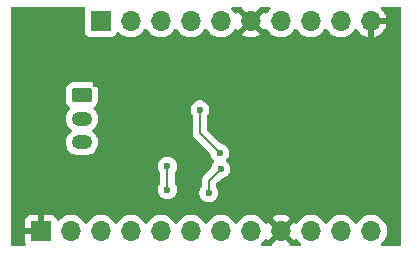
<source format=gbr>
%TF.GenerationSoftware,KiCad,Pcbnew,9.0.0*%
%TF.CreationDate,2025-04-10T05:16:25-06:00*%
%TF.ProjectId,WakeCircuit,57616b65-4369-4726-9375-69742e6b6963,rev?*%
%TF.SameCoordinates,Original*%
%TF.FileFunction,Copper,L2,Bot*%
%TF.FilePolarity,Positive*%
%FSLAX46Y46*%
G04 Gerber Fmt 4.6, Leading zero omitted, Abs format (unit mm)*
G04 Created by KiCad (PCBNEW 9.0.0) date 2025-04-10 05:16:25*
%MOMM*%
%LPD*%
G01*
G04 APERTURE LIST*
G04 Aperture macros list*
%AMRoundRect*
0 Rectangle with rounded corners*
0 $1 Rounding radius*
0 $2 $3 $4 $5 $6 $7 $8 $9 X,Y pos of 4 corners*
0 Add a 4 corners polygon primitive as box body*
4,1,4,$2,$3,$4,$5,$6,$7,$8,$9,$2,$3,0*
0 Add four circle primitives for the rounded corners*
1,1,$1+$1,$2,$3*
1,1,$1+$1,$4,$5*
1,1,$1+$1,$6,$7*
1,1,$1+$1,$8,$9*
0 Add four rect primitives between the rounded corners*
20,1,$1+$1,$2,$3,$4,$5,0*
20,1,$1+$1,$4,$5,$6,$7,0*
20,1,$1+$1,$6,$7,$8,$9,0*
20,1,$1+$1,$8,$9,$2,$3,0*%
G04 Aperture macros list end*
%TA.AperFunction,ComponentPad*%
%ADD10R,1.700000X1.700000*%
%TD*%
%TA.AperFunction,ComponentPad*%
%ADD11O,1.700000X1.700000*%
%TD*%
%TA.AperFunction,ComponentPad*%
%ADD12RoundRect,0.250000X-0.625000X0.350000X-0.625000X-0.350000X0.625000X-0.350000X0.625000X0.350000X0*%
%TD*%
%TA.AperFunction,ComponentPad*%
%ADD13O,1.750000X1.200000*%
%TD*%
%TA.AperFunction,ViaPad*%
%ADD14C,0.600000*%
%TD*%
%TA.AperFunction,Conductor*%
%ADD15C,0.200000*%
%TD*%
G04 APERTURE END LIST*
D10*
%TO.P,J1,1,Pin_1*%
%TO.N,GND*%
X94550000Y-116250000D03*
D11*
%TO.P,J1,2,Pin_2*%
%TO.N,unconnected-(J1-Pin_2-Pad2)*%
X97090000Y-116250000D03*
%TO.P,J1,3,Pin_3*%
%TO.N,GPIO_5*%
X99630000Y-116250000D03*
%TO.P,J1,4,Pin_4*%
%TO.N,unconnected-(J1-Pin_4-Pad4)*%
X102170000Y-116250000D03*
%TO.P,J1,5,Pin_5*%
%TO.N,unconnected-(J1-Pin_5-Pad5)*%
X104710000Y-116250000D03*
%TO.P,J1,6,Pin_6*%
%TO.N,unconnected-(J1-Pin_6-Pad6)*%
X107250000Y-116250000D03*
%TO.P,J1,7,Pin_7*%
%TO.N,unconnected-(J1-Pin_7-Pad7)*%
X109790000Y-116250000D03*
%TO.P,J1,8,Pin_8*%
%TO.N,unconnected-(J1-Pin_8-Pad8)*%
X112330000Y-116250000D03*
%TO.P,J1,9,Pin_9*%
%TO.N,GND*%
X114870000Y-116250000D03*
%TO.P,J1,10,Pin_10*%
%TO.N,unconnected-(J1-Pin_10-Pad10)*%
X117410000Y-116250000D03*
%TO.P,J1,11,Pin_11*%
%TO.N,GPIO_1*%
X119950000Y-116250000D03*
%TO.P,J1,12,Pin_12*%
%TO.N,unconnected-(J1-Pin_12-Pad12)*%
X122490000Y-116250000D03*
%TD*%
%TO.P,J2,10,Pin_10*%
%TO.N,GND*%
X122460000Y-98475000D03*
%TO.P,J2,9,Pin_9*%
%TO.N,unconnected-(J2-Pin_9-Pad9)*%
X119920000Y-98475000D03*
%TO.P,J2,8,Pin_8*%
%TO.N,unconnected-(J2-Pin_8-Pad8)*%
X117380000Y-98475000D03*
%TO.P,J2,7,Pin_7*%
%TO.N,unconnected-(J2-Pin_7-Pad7)*%
X114840000Y-98475000D03*
%TO.P,J2,6,Pin_6*%
%TO.N,GND*%
X112300000Y-98475000D03*
%TO.P,J2,5,Pin_5*%
%TO.N,unconnected-(J2-Pin_5-Pad5)*%
X109760000Y-98475000D03*
%TO.P,J2,4,Pin_4*%
%TO.N,unconnected-(J2-Pin_4-Pad4)*%
X107220000Y-98475000D03*
%TO.P,J2,3,Pin_3*%
%TO.N,unconnected-(J2-Pin_3-Pad3)*%
X104680000Y-98475000D03*
%TO.P,J2,2,Pin_2*%
%TO.N,unconnected-(J2-Pin_2-Pad2)*%
X102140000Y-98475000D03*
D10*
%TO.P,J2,1,Pin_1*%
%TO.N,+3V3*%
X99600000Y-98475000D03*
%TD*%
D12*
%TO.P,J4,1,Pin_1*%
%TO.N,LDR_SIG*%
X98000000Y-104750000D03*
D13*
%TO.P,J4,2,Pin_2*%
%TO.N,GPIO_1*%
X98000000Y-106750000D03*
%TO.P,J4,3,Pin_3*%
%TO.N,+3V3*%
X98000000Y-108750000D03*
%TD*%
D14*
%TO.N,Net-(U1-OUT)*%
X109668626Y-109636971D03*
X108000000Y-106000000D03*
%TO.N,GND*%
X110000000Y-107850000D03*
%TO.N,Net-(D1-A)*%
X105250000Y-110750000D03*
X105250000Y-112750000D03*
%TO.N,GPIO_5*%
X108750000Y-113000000D03*
X109750000Y-111000000D03*
%TO.N,GND*%
X122250000Y-102750000D03*
X122750000Y-111250000D03*
X122500000Y-108000000D03*
X103250000Y-110750000D03*
X101250000Y-110750000D03*
X117250000Y-105500000D03*
X111500000Y-105500000D03*
X97000000Y-101000000D03*
X99172917Y-103821243D03*
X118250000Y-108500000D03*
X118250000Y-107900000D03*
%TD*%
D15*
%TO.N,Net-(U1-OUT)*%
X108000000Y-107968345D02*
X109668626Y-109636971D01*
X108000000Y-106000000D02*
X108000000Y-107968345D01*
%TO.N,Net-(D1-A)*%
X105250000Y-112750000D02*
X105250000Y-110750000D01*
%TO.N,GPIO_5*%
X108750000Y-112000000D02*
X109750000Y-111000000D01*
X108750000Y-113000000D02*
X108750000Y-112000000D01*
%TD*%
%TA.AperFunction,Conductor*%
%TO.N,GND*%
G36*
X98243945Y-97270185D02*
G01*
X98289700Y-97322989D01*
X98299644Y-97392147D01*
X98293088Y-97417833D01*
X98255908Y-97517517D01*
X98249501Y-97577116D01*
X98249500Y-97577135D01*
X98249500Y-99372870D01*
X98249501Y-99372876D01*
X98255908Y-99432483D01*
X98306202Y-99567328D01*
X98306206Y-99567335D01*
X98392452Y-99682544D01*
X98392455Y-99682547D01*
X98507664Y-99768793D01*
X98507671Y-99768797D01*
X98642517Y-99819091D01*
X98642516Y-99819091D01*
X98649444Y-99819835D01*
X98702127Y-99825500D01*
X100497872Y-99825499D01*
X100557483Y-99819091D01*
X100692331Y-99768796D01*
X100807546Y-99682546D01*
X100893796Y-99567331D01*
X100942810Y-99435916D01*
X100984681Y-99379984D01*
X101050145Y-99355566D01*
X101118418Y-99370417D01*
X101146673Y-99391569D01*
X101260213Y-99505109D01*
X101432179Y-99630048D01*
X101432181Y-99630049D01*
X101432184Y-99630051D01*
X101621588Y-99726557D01*
X101823757Y-99792246D01*
X102033713Y-99825500D01*
X102033714Y-99825500D01*
X102246286Y-99825500D01*
X102246287Y-99825500D01*
X102456243Y-99792246D01*
X102658412Y-99726557D01*
X102847816Y-99630051D01*
X102934138Y-99567335D01*
X103019786Y-99505109D01*
X103019788Y-99505106D01*
X103019792Y-99505104D01*
X103170104Y-99354792D01*
X103170106Y-99354788D01*
X103170109Y-99354786D01*
X103295048Y-99182820D01*
X103295047Y-99182820D01*
X103295051Y-99182816D01*
X103299514Y-99174054D01*
X103347488Y-99123259D01*
X103415308Y-99106463D01*
X103481444Y-99128999D01*
X103520486Y-99174056D01*
X103524951Y-99182820D01*
X103649890Y-99354786D01*
X103800213Y-99505109D01*
X103972179Y-99630048D01*
X103972181Y-99630049D01*
X103972184Y-99630051D01*
X104161588Y-99726557D01*
X104363757Y-99792246D01*
X104573713Y-99825500D01*
X104573714Y-99825500D01*
X104786286Y-99825500D01*
X104786287Y-99825500D01*
X104996243Y-99792246D01*
X105198412Y-99726557D01*
X105387816Y-99630051D01*
X105474138Y-99567335D01*
X105559786Y-99505109D01*
X105559788Y-99505106D01*
X105559792Y-99505104D01*
X105710104Y-99354792D01*
X105710106Y-99354788D01*
X105710109Y-99354786D01*
X105835048Y-99182820D01*
X105835047Y-99182820D01*
X105835051Y-99182816D01*
X105839514Y-99174054D01*
X105887488Y-99123259D01*
X105955308Y-99106463D01*
X106021444Y-99128999D01*
X106060486Y-99174056D01*
X106064951Y-99182820D01*
X106189890Y-99354786D01*
X106340213Y-99505109D01*
X106512179Y-99630048D01*
X106512181Y-99630049D01*
X106512184Y-99630051D01*
X106701588Y-99726557D01*
X106903757Y-99792246D01*
X107113713Y-99825500D01*
X107113714Y-99825500D01*
X107326286Y-99825500D01*
X107326287Y-99825500D01*
X107536243Y-99792246D01*
X107738412Y-99726557D01*
X107927816Y-99630051D01*
X108014138Y-99567335D01*
X108099786Y-99505109D01*
X108099788Y-99505106D01*
X108099792Y-99505104D01*
X108250104Y-99354792D01*
X108250106Y-99354788D01*
X108250109Y-99354786D01*
X108375048Y-99182820D01*
X108375047Y-99182820D01*
X108375051Y-99182816D01*
X108379514Y-99174054D01*
X108427488Y-99123259D01*
X108495308Y-99106463D01*
X108561444Y-99128999D01*
X108600486Y-99174056D01*
X108604951Y-99182820D01*
X108729890Y-99354786D01*
X108880213Y-99505109D01*
X109052179Y-99630048D01*
X109052181Y-99630049D01*
X109052184Y-99630051D01*
X109241588Y-99726557D01*
X109443757Y-99792246D01*
X109653713Y-99825500D01*
X109653714Y-99825500D01*
X109866286Y-99825500D01*
X109866287Y-99825500D01*
X110076243Y-99792246D01*
X110278412Y-99726557D01*
X110467816Y-99630051D01*
X110554138Y-99567335D01*
X110639786Y-99505109D01*
X110639788Y-99505106D01*
X110639792Y-99505104D01*
X110790104Y-99354792D01*
X110790106Y-99354788D01*
X110790109Y-99354786D01*
X110875890Y-99236717D01*
X110915051Y-99182816D01*
X110919793Y-99173508D01*
X110967763Y-99122711D01*
X111035583Y-99105911D01*
X111101719Y-99128445D01*
X111140763Y-99173500D01*
X111145373Y-99182547D01*
X111184728Y-99236716D01*
X111817037Y-98604408D01*
X111834075Y-98667993D01*
X111899901Y-98782007D01*
X111992993Y-98875099D01*
X112107007Y-98940925D01*
X112170590Y-98957962D01*
X111538282Y-99590269D01*
X111538282Y-99590270D01*
X111592449Y-99629624D01*
X111781782Y-99726095D01*
X111983870Y-99791757D01*
X112193754Y-99825000D01*
X112406246Y-99825000D01*
X112616127Y-99791757D01*
X112616130Y-99791757D01*
X112818217Y-99726095D01*
X113007554Y-99629622D01*
X113061716Y-99590270D01*
X113061717Y-99590270D01*
X112429408Y-98957962D01*
X112492993Y-98940925D01*
X112607007Y-98875099D01*
X112700099Y-98782007D01*
X112765925Y-98667993D01*
X112782962Y-98604408D01*
X113415270Y-99236717D01*
X113415270Y-99236716D01*
X113454622Y-99182555D01*
X113459232Y-99173507D01*
X113507205Y-99122709D01*
X113575025Y-99105912D01*
X113641161Y-99128447D01*
X113680204Y-99173504D01*
X113684949Y-99182817D01*
X113809890Y-99354786D01*
X113960213Y-99505109D01*
X114132179Y-99630048D01*
X114132181Y-99630049D01*
X114132184Y-99630051D01*
X114321588Y-99726557D01*
X114523757Y-99792246D01*
X114733713Y-99825500D01*
X114733714Y-99825500D01*
X114946286Y-99825500D01*
X114946287Y-99825500D01*
X115156243Y-99792246D01*
X115358412Y-99726557D01*
X115547816Y-99630051D01*
X115634138Y-99567335D01*
X115719786Y-99505109D01*
X115719788Y-99505106D01*
X115719792Y-99505104D01*
X115870104Y-99354792D01*
X115870106Y-99354788D01*
X115870109Y-99354786D01*
X115995048Y-99182820D01*
X115995047Y-99182820D01*
X115995051Y-99182816D01*
X115999514Y-99174054D01*
X116047488Y-99123259D01*
X116115308Y-99106463D01*
X116181444Y-99128999D01*
X116220486Y-99174056D01*
X116224951Y-99182820D01*
X116349890Y-99354786D01*
X116500213Y-99505109D01*
X116672179Y-99630048D01*
X116672181Y-99630049D01*
X116672184Y-99630051D01*
X116861588Y-99726557D01*
X117063757Y-99792246D01*
X117273713Y-99825500D01*
X117273714Y-99825500D01*
X117486286Y-99825500D01*
X117486287Y-99825500D01*
X117696243Y-99792246D01*
X117898412Y-99726557D01*
X118087816Y-99630051D01*
X118174138Y-99567335D01*
X118259786Y-99505109D01*
X118259788Y-99505106D01*
X118259792Y-99505104D01*
X118410104Y-99354792D01*
X118410106Y-99354788D01*
X118410109Y-99354786D01*
X118535048Y-99182820D01*
X118535047Y-99182820D01*
X118535051Y-99182816D01*
X118539514Y-99174054D01*
X118587488Y-99123259D01*
X118655308Y-99106463D01*
X118721444Y-99128999D01*
X118760486Y-99174056D01*
X118764951Y-99182820D01*
X118889890Y-99354786D01*
X119040213Y-99505109D01*
X119212179Y-99630048D01*
X119212181Y-99630049D01*
X119212184Y-99630051D01*
X119401588Y-99726557D01*
X119603757Y-99792246D01*
X119813713Y-99825500D01*
X119813714Y-99825500D01*
X120026286Y-99825500D01*
X120026287Y-99825500D01*
X120236243Y-99792246D01*
X120438412Y-99726557D01*
X120627816Y-99630051D01*
X120714138Y-99567335D01*
X120799786Y-99505109D01*
X120799788Y-99505106D01*
X120799792Y-99505104D01*
X120950104Y-99354792D01*
X120950106Y-99354788D01*
X120950109Y-99354786D01*
X121035890Y-99236717D01*
X121075051Y-99182816D01*
X121079793Y-99173508D01*
X121127763Y-99122711D01*
X121195583Y-99105911D01*
X121261719Y-99128445D01*
X121300763Y-99173500D01*
X121305377Y-99182555D01*
X121430272Y-99354459D01*
X121430276Y-99354464D01*
X121580535Y-99504723D01*
X121580540Y-99504727D01*
X121752442Y-99629620D01*
X121941782Y-99726095D01*
X122143871Y-99791757D01*
X122210000Y-99802231D01*
X122210000Y-98908012D01*
X122267007Y-98940925D01*
X122394174Y-98975000D01*
X122525826Y-98975000D01*
X122652993Y-98940925D01*
X122710000Y-98908012D01*
X122710000Y-99802230D01*
X122776126Y-99791757D01*
X122776129Y-99791757D01*
X122978217Y-99726095D01*
X123167557Y-99629620D01*
X123339459Y-99504727D01*
X123339464Y-99504723D01*
X123489723Y-99354464D01*
X123489727Y-99354459D01*
X123614620Y-99182557D01*
X123711095Y-98993217D01*
X123776757Y-98791129D01*
X123776757Y-98791126D01*
X123787231Y-98725000D01*
X122893012Y-98725000D01*
X122925925Y-98667993D01*
X122960000Y-98540826D01*
X122960000Y-98409174D01*
X122925925Y-98282007D01*
X122893012Y-98225000D01*
X123787231Y-98225000D01*
X123776757Y-98158873D01*
X123776757Y-98158870D01*
X123711095Y-97956782D01*
X123614620Y-97767442D01*
X123489727Y-97595540D01*
X123489723Y-97595535D01*
X123356369Y-97462181D01*
X123322884Y-97400858D01*
X123327868Y-97331166D01*
X123369740Y-97275233D01*
X123435204Y-97250816D01*
X123444050Y-97250500D01*
X124875500Y-97250500D01*
X124942539Y-97270185D01*
X124988294Y-97322989D01*
X124999500Y-97374500D01*
X124999500Y-117375500D01*
X124979815Y-117442539D01*
X124927011Y-117488294D01*
X124875500Y-117499500D01*
X123449029Y-117499500D01*
X123381990Y-117479815D01*
X123336235Y-117427011D01*
X123326291Y-117357853D01*
X123355316Y-117294297D01*
X123368493Y-117281214D01*
X123369789Y-117280106D01*
X123369788Y-117280106D01*
X123369792Y-117280104D01*
X123520104Y-117129792D01*
X123520106Y-117129788D01*
X123520109Y-117129786D01*
X123645048Y-116957820D01*
X123645047Y-116957820D01*
X123645051Y-116957816D01*
X123741557Y-116768412D01*
X123807246Y-116566243D01*
X123840500Y-116356287D01*
X123840500Y-116143713D01*
X123807246Y-115933757D01*
X123741557Y-115731588D01*
X123645051Y-115542184D01*
X123645049Y-115542181D01*
X123645048Y-115542179D01*
X123520109Y-115370213D01*
X123369786Y-115219890D01*
X123197820Y-115094951D01*
X123008414Y-114998444D01*
X123008413Y-114998443D01*
X123008412Y-114998443D01*
X122806243Y-114932754D01*
X122806241Y-114932753D01*
X122806240Y-114932753D01*
X122644957Y-114907208D01*
X122596287Y-114899500D01*
X122383713Y-114899500D01*
X122335042Y-114907208D01*
X122173760Y-114932753D01*
X121971585Y-114998444D01*
X121782179Y-115094951D01*
X121610213Y-115219890D01*
X121459890Y-115370213D01*
X121334949Y-115542182D01*
X121330484Y-115550946D01*
X121282509Y-115601742D01*
X121214688Y-115618536D01*
X121148553Y-115595998D01*
X121109516Y-115550946D01*
X121105050Y-115542182D01*
X120980109Y-115370213D01*
X120829786Y-115219890D01*
X120657820Y-115094951D01*
X120468414Y-114998444D01*
X120468413Y-114998443D01*
X120468412Y-114998443D01*
X120266243Y-114932754D01*
X120266241Y-114932753D01*
X120266240Y-114932753D01*
X120104957Y-114907208D01*
X120056287Y-114899500D01*
X119843713Y-114899500D01*
X119795042Y-114907208D01*
X119633760Y-114932753D01*
X119431585Y-114998444D01*
X119242179Y-115094951D01*
X119070213Y-115219890D01*
X118919890Y-115370213D01*
X118794949Y-115542182D01*
X118790484Y-115550946D01*
X118742509Y-115601742D01*
X118674688Y-115618536D01*
X118608553Y-115595998D01*
X118569516Y-115550946D01*
X118565050Y-115542182D01*
X118440109Y-115370213D01*
X118289786Y-115219890D01*
X118117820Y-115094951D01*
X117928414Y-114998444D01*
X117928413Y-114998443D01*
X117928412Y-114998443D01*
X117726243Y-114932754D01*
X117726241Y-114932753D01*
X117726240Y-114932753D01*
X117564957Y-114907208D01*
X117516287Y-114899500D01*
X117303713Y-114899500D01*
X117255042Y-114907208D01*
X117093760Y-114932753D01*
X116891585Y-114998444D01*
X116702179Y-115094951D01*
X116530213Y-115219890D01*
X116379890Y-115370213D01*
X116254949Y-115542182D01*
X116250202Y-115551499D01*
X116202227Y-115602293D01*
X116134405Y-115619087D01*
X116068271Y-115596548D01*
X116029234Y-115551495D01*
X116024626Y-115542452D01*
X115985270Y-115488282D01*
X115985269Y-115488282D01*
X115352962Y-116120590D01*
X115335925Y-116057007D01*
X115270099Y-115942993D01*
X115177007Y-115849901D01*
X115062993Y-115784075D01*
X114999409Y-115767037D01*
X115631716Y-115134728D01*
X115577550Y-115095375D01*
X115388217Y-114998904D01*
X115186129Y-114933242D01*
X114976246Y-114900000D01*
X114763754Y-114900000D01*
X114553872Y-114933242D01*
X114553869Y-114933242D01*
X114351782Y-114998904D01*
X114162439Y-115095380D01*
X114108282Y-115134727D01*
X114108282Y-115134728D01*
X114740591Y-115767037D01*
X114677007Y-115784075D01*
X114562993Y-115849901D01*
X114469901Y-115942993D01*
X114404075Y-116057007D01*
X114387037Y-116120591D01*
X113754728Y-115488282D01*
X113754727Y-115488282D01*
X113715380Y-115542440D01*
X113715376Y-115542446D01*
X113710760Y-115551505D01*
X113662781Y-115602297D01*
X113594959Y-115619087D01*
X113528826Y-115596543D01*
X113489794Y-115551493D01*
X113485051Y-115542184D01*
X113485049Y-115542181D01*
X113485048Y-115542179D01*
X113360109Y-115370213D01*
X113209786Y-115219890D01*
X113037820Y-115094951D01*
X112848414Y-114998444D01*
X112848413Y-114998443D01*
X112848412Y-114998443D01*
X112646243Y-114932754D01*
X112646241Y-114932753D01*
X112646240Y-114932753D01*
X112484957Y-114907208D01*
X112436287Y-114899500D01*
X112223713Y-114899500D01*
X112175042Y-114907208D01*
X112013760Y-114932753D01*
X111811585Y-114998444D01*
X111622179Y-115094951D01*
X111450213Y-115219890D01*
X111299890Y-115370213D01*
X111174949Y-115542182D01*
X111170484Y-115550946D01*
X111122509Y-115601742D01*
X111054688Y-115618536D01*
X110988553Y-115595998D01*
X110949516Y-115550946D01*
X110945050Y-115542182D01*
X110820109Y-115370213D01*
X110669786Y-115219890D01*
X110497820Y-115094951D01*
X110308414Y-114998444D01*
X110308413Y-114998443D01*
X110308412Y-114998443D01*
X110106243Y-114932754D01*
X110106241Y-114932753D01*
X110106240Y-114932753D01*
X109944957Y-114907208D01*
X109896287Y-114899500D01*
X109683713Y-114899500D01*
X109635042Y-114907208D01*
X109473760Y-114932753D01*
X109271585Y-114998444D01*
X109082179Y-115094951D01*
X108910213Y-115219890D01*
X108759890Y-115370213D01*
X108634949Y-115542182D01*
X108630484Y-115550946D01*
X108582509Y-115601742D01*
X108514688Y-115618536D01*
X108448553Y-115595998D01*
X108409516Y-115550946D01*
X108405050Y-115542182D01*
X108280109Y-115370213D01*
X108129786Y-115219890D01*
X107957820Y-115094951D01*
X107768414Y-114998444D01*
X107768413Y-114998443D01*
X107768412Y-114998443D01*
X107566243Y-114932754D01*
X107566241Y-114932753D01*
X107566240Y-114932753D01*
X107404957Y-114907208D01*
X107356287Y-114899500D01*
X107143713Y-114899500D01*
X107095042Y-114907208D01*
X106933760Y-114932753D01*
X106731585Y-114998444D01*
X106542179Y-115094951D01*
X106370213Y-115219890D01*
X106219890Y-115370213D01*
X106094949Y-115542182D01*
X106090484Y-115550946D01*
X106042509Y-115601742D01*
X105974688Y-115618536D01*
X105908553Y-115595998D01*
X105869516Y-115550946D01*
X105865050Y-115542182D01*
X105740109Y-115370213D01*
X105589786Y-115219890D01*
X105417820Y-115094951D01*
X105228414Y-114998444D01*
X105228413Y-114998443D01*
X105228412Y-114998443D01*
X105026243Y-114932754D01*
X105026241Y-114932753D01*
X105026240Y-114932753D01*
X104864957Y-114907208D01*
X104816287Y-114899500D01*
X104603713Y-114899500D01*
X104555042Y-114907208D01*
X104393760Y-114932753D01*
X104191585Y-114998444D01*
X104002179Y-115094951D01*
X103830213Y-115219890D01*
X103679890Y-115370213D01*
X103554949Y-115542182D01*
X103550484Y-115550946D01*
X103502509Y-115601742D01*
X103434688Y-115618536D01*
X103368553Y-115595998D01*
X103329516Y-115550946D01*
X103325050Y-115542182D01*
X103200109Y-115370213D01*
X103049786Y-115219890D01*
X102877820Y-115094951D01*
X102688414Y-114998444D01*
X102688413Y-114998443D01*
X102688412Y-114998443D01*
X102486243Y-114932754D01*
X102486241Y-114932753D01*
X102486240Y-114932753D01*
X102324957Y-114907208D01*
X102276287Y-114899500D01*
X102063713Y-114899500D01*
X102015042Y-114907208D01*
X101853760Y-114932753D01*
X101651585Y-114998444D01*
X101462179Y-115094951D01*
X101290213Y-115219890D01*
X101139890Y-115370213D01*
X101014949Y-115542182D01*
X101010484Y-115550946D01*
X100962509Y-115601742D01*
X100894688Y-115618536D01*
X100828553Y-115595998D01*
X100789516Y-115550946D01*
X100785050Y-115542182D01*
X100660109Y-115370213D01*
X100509786Y-115219890D01*
X100337820Y-115094951D01*
X100148414Y-114998444D01*
X100148413Y-114998443D01*
X100148412Y-114998443D01*
X99946243Y-114932754D01*
X99946241Y-114932753D01*
X99946240Y-114932753D01*
X99784957Y-114907208D01*
X99736287Y-114899500D01*
X99523713Y-114899500D01*
X99475042Y-114907208D01*
X99313760Y-114932753D01*
X99111585Y-114998444D01*
X98922179Y-115094951D01*
X98750213Y-115219890D01*
X98599890Y-115370213D01*
X98474949Y-115542182D01*
X98470484Y-115550946D01*
X98422509Y-115601742D01*
X98354688Y-115618536D01*
X98288553Y-115595998D01*
X98249516Y-115550946D01*
X98245050Y-115542182D01*
X98120109Y-115370213D01*
X97969786Y-115219890D01*
X97797820Y-115094951D01*
X97608414Y-114998444D01*
X97608413Y-114998443D01*
X97608412Y-114998443D01*
X97406243Y-114932754D01*
X97406241Y-114932753D01*
X97406240Y-114932753D01*
X97244957Y-114907208D01*
X97196287Y-114899500D01*
X96983713Y-114899500D01*
X96935042Y-114907208D01*
X96773760Y-114932753D01*
X96571585Y-114998444D01*
X96382179Y-115094951D01*
X96210215Y-115219889D01*
X96096285Y-115333819D01*
X96034962Y-115367303D01*
X95965270Y-115362319D01*
X95909337Y-115320447D01*
X95892422Y-115289470D01*
X95843354Y-115157913D01*
X95843350Y-115157906D01*
X95757190Y-115042812D01*
X95757187Y-115042809D01*
X95642093Y-114956649D01*
X95642086Y-114956645D01*
X95507379Y-114906403D01*
X95507372Y-114906401D01*
X95447844Y-114900000D01*
X94800000Y-114900000D01*
X94800000Y-115816988D01*
X94742993Y-115784075D01*
X94615826Y-115750000D01*
X94484174Y-115750000D01*
X94357007Y-115784075D01*
X94300000Y-115816988D01*
X94300000Y-114900000D01*
X93652155Y-114900000D01*
X93592627Y-114906401D01*
X93592620Y-114906403D01*
X93457913Y-114956645D01*
X93457906Y-114956649D01*
X93342812Y-115042809D01*
X93342809Y-115042812D01*
X93256649Y-115157906D01*
X93256645Y-115157913D01*
X93206403Y-115292620D01*
X93206401Y-115292627D01*
X93200000Y-115352155D01*
X93200000Y-116000000D01*
X94116988Y-116000000D01*
X94084075Y-116057007D01*
X94050000Y-116184174D01*
X94050000Y-116315826D01*
X94084075Y-116442993D01*
X94116988Y-116500000D01*
X93200000Y-116500000D01*
X93200000Y-117147844D01*
X93206401Y-117207372D01*
X93206403Y-117207379D01*
X93252946Y-117332167D01*
X93257930Y-117401858D01*
X93224445Y-117463182D01*
X93163122Y-117496666D01*
X93136764Y-117499500D01*
X92124500Y-117499500D01*
X92057461Y-117479815D01*
X92011706Y-117427011D01*
X92000500Y-117375500D01*
X92000500Y-110671153D01*
X104449500Y-110671153D01*
X104449500Y-110828846D01*
X104480261Y-110983489D01*
X104480264Y-110983501D01*
X104540602Y-111129172D01*
X104540609Y-111129185D01*
X104628602Y-111260874D01*
X104649480Y-111327551D01*
X104649500Y-111329765D01*
X104649500Y-112170234D01*
X104629815Y-112237273D01*
X104628602Y-112239125D01*
X104540609Y-112370814D01*
X104540602Y-112370827D01*
X104480264Y-112516498D01*
X104480261Y-112516510D01*
X104449500Y-112671153D01*
X104449500Y-112828846D01*
X104480261Y-112983489D01*
X104480264Y-112983501D01*
X104540602Y-113129172D01*
X104540609Y-113129185D01*
X104628210Y-113260288D01*
X104628213Y-113260292D01*
X104739707Y-113371786D01*
X104739711Y-113371789D01*
X104870814Y-113459390D01*
X104870827Y-113459397D01*
X105016498Y-113519735D01*
X105016503Y-113519737D01*
X105171153Y-113550499D01*
X105171156Y-113550500D01*
X105171158Y-113550500D01*
X105328844Y-113550500D01*
X105328845Y-113550499D01*
X105483497Y-113519737D01*
X105629179Y-113459394D01*
X105760289Y-113371789D01*
X105871789Y-113260289D01*
X105959394Y-113129179D01*
X106019737Y-112983497D01*
X106050500Y-112828842D01*
X106050500Y-112671158D01*
X106050500Y-112671155D01*
X106050499Y-112671153D01*
X106019738Y-112516510D01*
X106019737Y-112516503D01*
X106019735Y-112516498D01*
X105959397Y-112370827D01*
X105959390Y-112370814D01*
X105871398Y-112239125D01*
X105850520Y-112172447D01*
X105850500Y-112170234D01*
X105850500Y-111329765D01*
X105870185Y-111262726D01*
X105871398Y-111260874D01*
X105959390Y-111129185D01*
X105959390Y-111129184D01*
X105959394Y-111129179D01*
X106019737Y-110983497D01*
X106050500Y-110828842D01*
X106050500Y-110671158D01*
X106050500Y-110671155D01*
X106050499Y-110671153D01*
X106019738Y-110516510D01*
X106019737Y-110516503D01*
X106019735Y-110516498D01*
X105959397Y-110370827D01*
X105959390Y-110370814D01*
X105871789Y-110239711D01*
X105871786Y-110239707D01*
X105760292Y-110128213D01*
X105760288Y-110128210D01*
X105629185Y-110040609D01*
X105629172Y-110040602D01*
X105483501Y-109980264D01*
X105483489Y-109980261D01*
X105328845Y-109949500D01*
X105328842Y-109949500D01*
X105171158Y-109949500D01*
X105171155Y-109949500D01*
X105016510Y-109980261D01*
X105016498Y-109980264D01*
X104870827Y-110040602D01*
X104870814Y-110040609D01*
X104739711Y-110128210D01*
X104739707Y-110128213D01*
X104628213Y-110239707D01*
X104628210Y-110239711D01*
X104540609Y-110370814D01*
X104540602Y-110370827D01*
X104480264Y-110516498D01*
X104480261Y-110516510D01*
X104449500Y-110671153D01*
X92000500Y-110671153D01*
X92000500Y-104349983D01*
X96624500Y-104349983D01*
X96624500Y-105150001D01*
X96624501Y-105150019D01*
X96635000Y-105252796D01*
X96635001Y-105252799D01*
X96676559Y-105378210D01*
X96690186Y-105419334D01*
X96782288Y-105568656D01*
X96906344Y-105692712D01*
X96970543Y-105732310D01*
X97017268Y-105784258D01*
X97028489Y-105853221D01*
X97000646Y-105917303D01*
X96993128Y-105925530D01*
X96885585Y-106033073D01*
X96783768Y-106173211D01*
X96705128Y-106327552D01*
X96651597Y-106492302D01*
X96624500Y-106663389D01*
X96624500Y-106836611D01*
X96651598Y-107007701D01*
X96705127Y-107172445D01*
X96783768Y-107326788D01*
X96885586Y-107466928D01*
X97008072Y-107589414D01*
X97008078Y-107589418D01*
X97091023Y-107649683D01*
X97133689Y-107705013D01*
X97139667Y-107774626D01*
X97107061Y-107836421D01*
X97091023Y-107850317D01*
X97008078Y-107910581D01*
X97008069Y-107910588D01*
X96885588Y-108033069D01*
X96885588Y-108033070D01*
X96885586Y-108033072D01*
X96875177Y-108047399D01*
X96783768Y-108173211D01*
X96705128Y-108327552D01*
X96651597Y-108492302D01*
X96624500Y-108663389D01*
X96624500Y-108836610D01*
X96638907Y-108927577D01*
X96651598Y-109007701D01*
X96705127Y-109172445D01*
X96783768Y-109326788D01*
X96885586Y-109466928D01*
X97008072Y-109589414D01*
X97148212Y-109691232D01*
X97302555Y-109769873D01*
X97467299Y-109823402D01*
X97638389Y-109850500D01*
X97638390Y-109850500D01*
X98361610Y-109850500D01*
X98361611Y-109850500D01*
X98532701Y-109823402D01*
X98697445Y-109769873D01*
X98851788Y-109691232D01*
X98991928Y-109589414D01*
X99114414Y-109466928D01*
X99216232Y-109326788D01*
X99294873Y-109172445D01*
X99348402Y-109007701D01*
X99375500Y-108836611D01*
X99375500Y-108663389D01*
X99348402Y-108492299D01*
X99294873Y-108327555D01*
X99216232Y-108173212D01*
X99114414Y-108033072D01*
X98991928Y-107910586D01*
X98908975Y-107850317D01*
X98866311Y-107794988D01*
X98860332Y-107725374D01*
X98892938Y-107663579D01*
X98908976Y-107649682D01*
X98991928Y-107589414D01*
X99114414Y-107466928D01*
X99216232Y-107326788D01*
X99294873Y-107172445D01*
X99348402Y-107007701D01*
X99375500Y-106836611D01*
X99375500Y-106663389D01*
X99348402Y-106492299D01*
X99294873Y-106327555D01*
X99216232Y-106173212D01*
X99114414Y-106033072D01*
X99006872Y-105925530D01*
X99004482Y-105921153D01*
X107199500Y-105921153D01*
X107199500Y-106078846D01*
X107230261Y-106233489D01*
X107230264Y-106233501D01*
X107290602Y-106379172D01*
X107290609Y-106379185D01*
X107378602Y-106510874D01*
X107399480Y-106577551D01*
X107399500Y-106579765D01*
X107399500Y-107881675D01*
X107399499Y-107881693D01*
X107399499Y-108047399D01*
X107399498Y-108047399D01*
X107440423Y-108200130D01*
X107469358Y-108250245D01*
X107469359Y-108250249D01*
X107469360Y-108250249D01*
X107519479Y-108337059D01*
X107519481Y-108337062D01*
X107638349Y-108455930D01*
X107638355Y-108455935D01*
X108834051Y-109651631D01*
X108867536Y-109712954D01*
X108867987Y-109715120D01*
X108898887Y-109870462D01*
X108898890Y-109870472D01*
X108959228Y-110016143D01*
X108959235Y-110016156D01*
X109046836Y-110147259D01*
X109046839Y-110147263D01*
X109158333Y-110258757D01*
X109162876Y-110262485D01*
X109202213Y-110320229D01*
X109204087Y-110390073D01*
X109171898Y-110446022D01*
X109128214Y-110489706D01*
X109128210Y-110489711D01*
X109040609Y-110620814D01*
X109040602Y-110620827D01*
X108980264Y-110766498D01*
X108980261Y-110766508D01*
X108949362Y-110921848D01*
X108916977Y-110983759D01*
X108915426Y-110985337D01*
X108381286Y-111519478D01*
X108269481Y-111631282D01*
X108269479Y-111631285D01*
X108224385Y-111709392D01*
X108224384Y-111709393D01*
X108190423Y-111768214D01*
X108190423Y-111768215D01*
X108149499Y-111920943D01*
X108149499Y-111920945D01*
X108149499Y-112089046D01*
X108149500Y-112089059D01*
X108149500Y-112420234D01*
X108129815Y-112487273D01*
X108128602Y-112489125D01*
X108040609Y-112620814D01*
X108040602Y-112620827D01*
X107980264Y-112766498D01*
X107980261Y-112766510D01*
X107949500Y-112921153D01*
X107949500Y-113078846D01*
X107980261Y-113233489D01*
X107980264Y-113233501D01*
X108040602Y-113379172D01*
X108040609Y-113379185D01*
X108128210Y-113510288D01*
X108128213Y-113510292D01*
X108239707Y-113621786D01*
X108239711Y-113621789D01*
X108370814Y-113709390D01*
X108370827Y-113709397D01*
X108516498Y-113769735D01*
X108516503Y-113769737D01*
X108671153Y-113800499D01*
X108671156Y-113800500D01*
X108671158Y-113800500D01*
X108828844Y-113800500D01*
X108828845Y-113800499D01*
X108983497Y-113769737D01*
X109129179Y-113709394D01*
X109260289Y-113621789D01*
X109371789Y-113510289D01*
X109459394Y-113379179D01*
X109519737Y-113233497D01*
X109550500Y-113078842D01*
X109550500Y-112921158D01*
X109550500Y-112921155D01*
X109550499Y-112921153D01*
X109519738Y-112766510D01*
X109519737Y-112766503D01*
X109480242Y-112671153D01*
X109459397Y-112620827D01*
X109459390Y-112620814D01*
X109371398Y-112489125D01*
X109365747Y-112471078D01*
X109355523Y-112455169D01*
X109351071Y-112424207D01*
X109350520Y-112422447D01*
X109350500Y-112420234D01*
X109350500Y-112300097D01*
X109370185Y-112233058D01*
X109386819Y-112212416D01*
X109520178Y-112079057D01*
X109764665Y-111834570D01*
X109825984Y-111801088D01*
X109828151Y-111800637D01*
X109828840Y-111800500D01*
X109828842Y-111800500D01*
X109983497Y-111769737D01*
X110129179Y-111709394D01*
X110260289Y-111621789D01*
X110371789Y-111510289D01*
X110459394Y-111379179D01*
X110519737Y-111233497D01*
X110550500Y-111078842D01*
X110550500Y-110921158D01*
X110550500Y-110921155D01*
X110550499Y-110921153D01*
X110519738Y-110766510D01*
X110519738Y-110766508D01*
X110519737Y-110766503D01*
X110480242Y-110671153D01*
X110459397Y-110620827D01*
X110459390Y-110620814D01*
X110371789Y-110489711D01*
X110371786Y-110489707D01*
X110260291Y-110378212D01*
X110255748Y-110374484D01*
X110216411Y-110316740D01*
X110214538Y-110246895D01*
X110246729Y-110190946D01*
X110290412Y-110147263D01*
X110290415Y-110147260D01*
X110378020Y-110016150D01*
X110438363Y-109870468D01*
X110469126Y-109715813D01*
X110469126Y-109558129D01*
X110469126Y-109558126D01*
X110469125Y-109558124D01*
X110438364Y-109403481D01*
X110438363Y-109403474D01*
X110406599Y-109326788D01*
X110378023Y-109257798D01*
X110378016Y-109257785D01*
X110290415Y-109126682D01*
X110290412Y-109126678D01*
X110178918Y-109015184D01*
X110178914Y-109015181D01*
X110047811Y-108927580D01*
X110047798Y-108927573D01*
X109902127Y-108867235D01*
X109902117Y-108867232D01*
X109746777Y-108836333D01*
X109684867Y-108803948D01*
X109683288Y-108802397D01*
X108636819Y-107755928D01*
X108603334Y-107694605D01*
X108600500Y-107668247D01*
X108600500Y-106579765D01*
X108620185Y-106512726D01*
X108621398Y-106510874D01*
X108633808Y-106492302D01*
X108709394Y-106379179D01*
X108769737Y-106233497D01*
X108800500Y-106078842D01*
X108800500Y-105921158D01*
X108800500Y-105921155D01*
X108800499Y-105921153D01*
X108773379Y-105784814D01*
X108769737Y-105766503D01*
X108739171Y-105692710D01*
X108709397Y-105620827D01*
X108709390Y-105620814D01*
X108621789Y-105489711D01*
X108621786Y-105489707D01*
X108510292Y-105378213D01*
X108510288Y-105378210D01*
X108379185Y-105290609D01*
X108379172Y-105290602D01*
X108233501Y-105230264D01*
X108233489Y-105230261D01*
X108078845Y-105199500D01*
X108078842Y-105199500D01*
X107921158Y-105199500D01*
X107921155Y-105199500D01*
X107766510Y-105230261D01*
X107766498Y-105230264D01*
X107620827Y-105290602D01*
X107620814Y-105290609D01*
X107489711Y-105378210D01*
X107489707Y-105378213D01*
X107378213Y-105489707D01*
X107378210Y-105489711D01*
X107290609Y-105620814D01*
X107290602Y-105620827D01*
X107230264Y-105766498D01*
X107230261Y-105766510D01*
X107199500Y-105921153D01*
X99004482Y-105921153D01*
X98973387Y-105864207D01*
X98978371Y-105794515D01*
X99020243Y-105738582D01*
X99029457Y-105732310D01*
X99093656Y-105692712D01*
X99217712Y-105568656D01*
X99309814Y-105419334D01*
X99364999Y-105252797D01*
X99375500Y-105150009D01*
X99375499Y-104349992D01*
X99364999Y-104247203D01*
X99309814Y-104080666D01*
X99217712Y-103931344D01*
X99093656Y-103807288D01*
X98944334Y-103715186D01*
X98777797Y-103660001D01*
X98777795Y-103660000D01*
X98675010Y-103649500D01*
X97324998Y-103649500D01*
X97324981Y-103649501D01*
X97222203Y-103660000D01*
X97222200Y-103660001D01*
X97055668Y-103715185D01*
X97055663Y-103715187D01*
X96906342Y-103807289D01*
X96782289Y-103931342D01*
X96690187Y-104080663D01*
X96690186Y-104080666D01*
X96635001Y-104247203D01*
X96635001Y-104247204D01*
X96635000Y-104247204D01*
X96624500Y-104349983D01*
X92000500Y-104349983D01*
X92000500Y-97374500D01*
X92020185Y-97307461D01*
X92072989Y-97261706D01*
X92124500Y-97250500D01*
X98176906Y-97250500D01*
X98243945Y-97270185D01*
G37*
%TD.AperFunction*%
%TA.AperFunction,Conductor*%
G36*
X114404075Y-116442993D02*
G01*
X114469901Y-116557007D01*
X114562993Y-116650099D01*
X114677007Y-116715925D01*
X114740590Y-116732962D01*
X114108282Y-117365269D01*
X114108322Y-117365770D01*
X114093958Y-117434147D01*
X114044907Y-117483905D01*
X113984704Y-117499500D01*
X113289029Y-117499500D01*
X113221990Y-117479815D01*
X113176235Y-117427011D01*
X113166291Y-117357853D01*
X113195316Y-117294297D01*
X113208493Y-117281214D01*
X113209789Y-117280106D01*
X113209788Y-117280106D01*
X113209792Y-117280104D01*
X113360104Y-117129792D01*
X113360106Y-117129788D01*
X113360109Y-117129786D01*
X113445890Y-117011717D01*
X113485051Y-116957816D01*
X113489793Y-116948508D01*
X113537763Y-116897711D01*
X113605583Y-116880911D01*
X113671719Y-116903445D01*
X113710763Y-116948500D01*
X113715373Y-116957547D01*
X113754728Y-117011716D01*
X114387037Y-116379408D01*
X114404075Y-116442993D01*
G37*
%TD.AperFunction*%
%TA.AperFunction,Conductor*%
G36*
X115985270Y-117011717D02*
G01*
X115985270Y-117011716D01*
X116024622Y-116957555D01*
X116029232Y-116948507D01*
X116077205Y-116897709D01*
X116145025Y-116880912D01*
X116211161Y-116903447D01*
X116250204Y-116948504D01*
X116254949Y-116957817D01*
X116379890Y-117129786D01*
X116530210Y-117280106D01*
X116531507Y-117281214D01*
X116531862Y-117281758D01*
X116533653Y-117283549D01*
X116533276Y-117283925D01*
X116569698Y-117339723D01*
X116570193Y-117409591D01*
X116532836Y-117468635D01*
X116469488Y-117498110D01*
X116450971Y-117499500D01*
X115755296Y-117499500D01*
X115688257Y-117479815D01*
X115642502Y-117427011D01*
X115631678Y-117365772D01*
X115631717Y-117365270D01*
X114999408Y-116732962D01*
X115062993Y-116715925D01*
X115177007Y-116650099D01*
X115270099Y-116557007D01*
X115335925Y-116442993D01*
X115352962Y-116379408D01*
X115985270Y-117011717D01*
G37*
%TD.AperFunction*%
%TA.AperFunction,Conductor*%
G36*
X111479775Y-97270185D02*
G01*
X111525530Y-97322989D01*
X111530679Y-97352125D01*
X112170591Y-97992037D01*
X112107007Y-98009075D01*
X111992993Y-98074901D01*
X111899901Y-98167993D01*
X111834075Y-98282007D01*
X111817037Y-98345591D01*
X111184728Y-97713282D01*
X111184727Y-97713282D01*
X111145380Y-97767440D01*
X111145376Y-97767446D01*
X111140760Y-97776505D01*
X111092781Y-97827297D01*
X111024959Y-97844087D01*
X110958826Y-97821543D01*
X110919794Y-97776493D01*
X110915051Y-97767184D01*
X110915049Y-97767181D01*
X110915048Y-97767179D01*
X110790109Y-97595213D01*
X110657077Y-97462181D01*
X110623592Y-97400858D01*
X110628576Y-97331166D01*
X110670448Y-97275233D01*
X110735912Y-97250816D01*
X110744758Y-97250500D01*
X111412736Y-97250500D01*
X111479775Y-97270185D01*
G37*
%TD.AperFunction*%
%TA.AperFunction,Conductor*%
G36*
X113922281Y-97270185D02*
G01*
X113968036Y-97322989D01*
X113977980Y-97392147D01*
X113948955Y-97455703D01*
X113942923Y-97462181D01*
X113809894Y-97595209D01*
X113809890Y-97595213D01*
X113684949Y-97767182D01*
X113680202Y-97776499D01*
X113632227Y-97827293D01*
X113564405Y-97844087D01*
X113498271Y-97821548D01*
X113459234Y-97776495D01*
X113454626Y-97767452D01*
X113415270Y-97713282D01*
X113415269Y-97713282D01*
X112782962Y-98345590D01*
X112765925Y-98282007D01*
X112700099Y-98167993D01*
X112607007Y-98074901D01*
X112492993Y-98009075D01*
X112429409Y-97992037D01*
X113070673Y-97350771D01*
X113078009Y-97315852D01*
X113127060Y-97266095D01*
X113187263Y-97250500D01*
X113855242Y-97250500D01*
X113922281Y-97270185D01*
G37*
%TD.AperFunction*%
%TD*%
M02*

</source>
